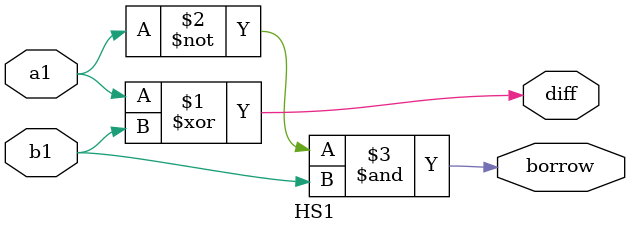
<source format=v>
module HA1(sum, carry, a, b);
  input a, b;
  output sum, carry;
  assign sum = a ^ b;    // XOR operation for sum (A XOR B)
  assign carry = a & b;  // AND operation for carry (A AND B)
endmodule

// Half Subtractor
module HS1(diff, borrow, a1, b1);
  input a1, b1;
  output diff, borrow;
  assign diff = a1 ^ b1;      // XOR operation for difference (A XOR B)
  assign borrow = ~a1 & b1;  // AND operation for borrow (A' AND B)
endmodule

</source>
